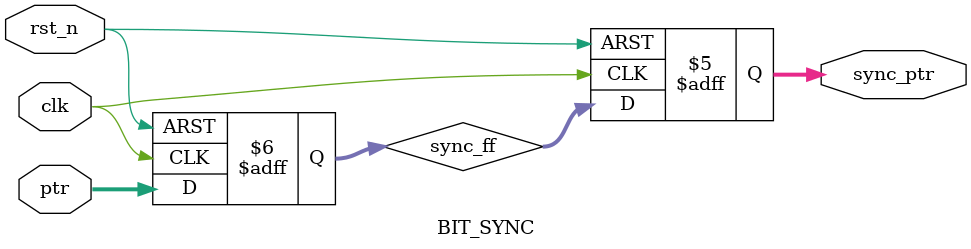
<source format=sv>
module BIT_SYNC # (
  parameter ADDR_SIZE  = 3,
  parameter PTR_SIZE   = 4,
  parameter NUM_STAGES = 2)
( input         [PTR_SIZE-1:0]  ptr,
  input                         clk,
  input                         rst_n,
  output  reg   [PTR_SIZE-1:0]  sync_ptr );
          
  //reg [PTR_SIZE-1:0] sync_ff1;

    // Synchronizer logic
   /* always @(posedge clk or posedge rst_n) begin
        if (rst_n) begin
            // Reset the flip-flops
            sync_ff1 <= 'b0;
            sync_ptr <= 'b0;
        end else begin
            // Synchronize the signal
            sync_ff1 <= ptr;
            sync_ptr <= sync_ff1;
        end
    end*/
    
  reg [PTR_SIZE-1:0] sync_ff;
  
  always@(posedge clk or negedge rst_n)
  begin
    if(!rst_n)
      sync_ff<=0;
    else
      begin
        sync_ff<=ptr;
      end
    end
    always@(posedge clk or negedge rst_n)
    begin
    if(!rst_n)
      sync_ptr<=0;
    else
      begin
        sync_ptr<=sync_ff;
      end
    end
  endmodule
        


</source>
